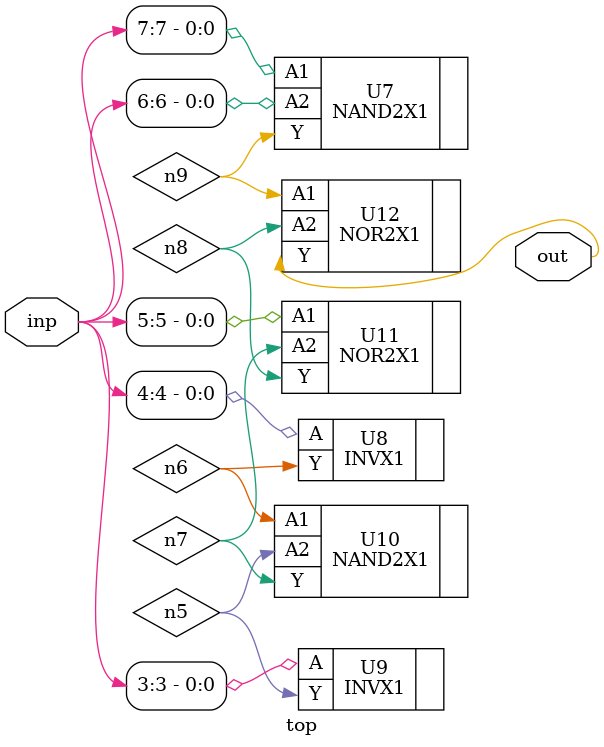
<source format=sv>


module top ( inp, out );
  input [7:0] inp;
  output out;
  wire   n5, n6, n7, n8, n9;

  NAND2X1 U7 ( .A1(inp[7]), .A2(inp[6]), .Y(n9) );
  INVX1 U8 ( .A(inp[4]), .Y(n6) );
  INVX1 U9 ( .A(inp[3]), .Y(n5) );
  NAND2X1 U10 ( .A1(n6), .A2(n5), .Y(n7) );
  NOR2X1 U11 ( .A1(inp[5]), .A2(n7), .Y(n8) );
  NOR2X1 U12 ( .A1(n9), .A2(n8), .Y(out) );
endmodule


</source>
